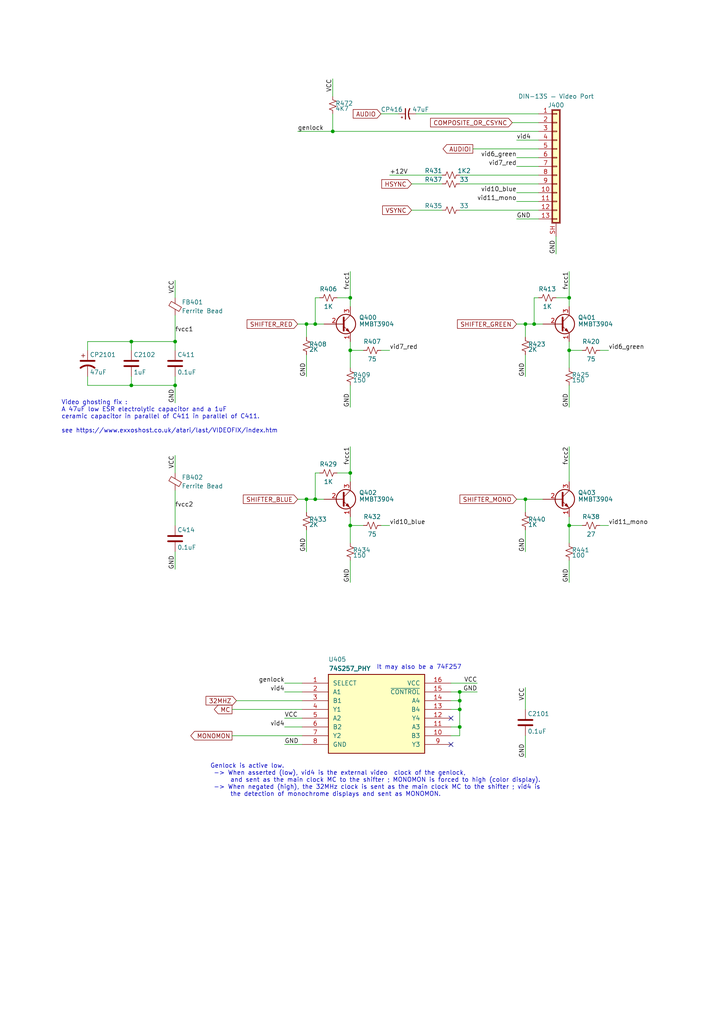
<source format=kicad_sch>
(kicad_sch (version 20211123) (generator eeschema)
  (paper "A4" portrait)
  (title_block (title "ReSTe mignon") (date "2022-07-13") (rev "mk0-0.1") (company "David SPORN") (comment 2 "original repository : https://github.com/sporniket/reste-mignon") (comment 4 "A remake of the Atari STe with some fixes applied and a target size of 25×18cm (B5)"))
  (lib_symbols
    (symbol "74x257:74S257_PHY" (pin_names (offset 1.27))
      (property "Reference" "U" (at 0 0 0))
      (property "Value" "74S257_PHY" (at 0 0 0))
      (symbol "74S257_PHY_0_0"
        (rectangle (start -13.97 11.43) (end 13.97 -11.43) (stroke (width 0.254)) (fill (type background)))
        (pin input line (at -21.59 8.89 0) (length 7.62) (name "SELECT") (number "1"))
        (pin input line (at 21.59 -6.35 180) (length 7.62) (name "B3") (number "10"))
        (pin input line (at 21.59 -3.81 180) (length 7.62) (name "A3") (number "11"))
        (pin tri_state line (at 21.59 -1.27 180) (length 7.62) (name "Y4") (number "12"))
        (pin input line (at 21.59 1.27 180) (length 7.62) (name "B4") (number "13"))
        (pin input line (at 21.59 3.81 180) (length 7.62) (name "A4") (number "14"))
        (pin input line (at 21.59 6.35 180) (length 7.62) (name "~{CONTROL}") (number "15"))
        (pin power_in line (at 21.59 8.89 180) (length 7.62) (name "VCC") (number "16"))
        (pin input line (at -21.59 6.35 0) (length 7.62) (name "A1") (number "2"))
        (pin input line (at -21.59 3.81 0) (length 7.62) (name "B1") (number "3"))
        (pin tri_state line (at -21.59 1.27 0) (length 7.62) (name "Y1") (number "4"))
        (pin input line (at -21.59 -1.27 0) (length 7.62) (name "A2") (number "5"))
        (pin input line (at -21.59 -3.81 0) (length 7.62) (name "B2") (number "6"))
        (pin tri_state line (at -21.59 -6.35 0) (length 7.62) (name "Y2") (number "7"))
        (pin power_in line (at -21.59 -8.89 0) (length 7.62) (name "GND") (number "8"))
        (pin tri_state line (at 21.59 -8.89 180) (length 7.62) (name "Y3") (number "9"))
      )
    )
    (symbol "Connector_Generic_Shielded:Conn_01x13_Shielded" (pin_names (offset 1.016) hide)
      (property "Reference" "J" (at 0.254 17.526 0))
      (property "Value" "Conn_01x13_Shielded" (at 1.016 -17.526 0))
      (symbol "Conn_01x13_Shielded_1_1"
        (rectangle (start -1.27 16.51) (end 1.27 -16.51) (stroke (width 0.1524)))
        (rectangle (start -1.016 -15.113) (end 0.254 -15.367) (stroke (width 0.1524)))
        (rectangle (start -1.016 -12.573) (end 0.254 -12.827) (stroke (width 0.1524)))
        (rectangle (start -1.016 -10.033) (end 0.254 -10.287) (stroke (width 0.1524)))
        (rectangle (start -1.016 -7.493) (end 0.254 -7.747) (stroke (width 0.1524)))
        (rectangle (start -1.016 -4.953) (end 0.254 -5.207) (stroke (width 0.1524)))
        (rectangle (start -1.016 -2.413) (end 0.254 -2.667) (stroke (width 0.1524)))
        (rectangle (start -1.016 0.127) (end 0.254 -0.127) (stroke (width 0.1524)))
        (rectangle (start -1.016 2.667) (end 0.254 2.413) (stroke (width 0.1524)))
        (rectangle (start -1.016 5.207) (end 0.254 4.953) (stroke (width 0.1524)))
        (rectangle (start -1.016 7.747) (end 0.254 7.493) (stroke (width 0.1524)))
        (rectangle (start -1.016 10.287) (end 0.254 10.033) (stroke (width 0.1524)))
        (rectangle (start -1.016 12.827) (end 0.254 12.573) (stroke (width 0.1524)))
        (rectangle (start -1.016 15.367) (end 0.254 15.113) (stroke (width 0.1524)))
        (rectangle (start -1.016 16.256) (end 1.016 -16.256) (stroke (width 0.254)) (fill (type background)))
        (pin passive line (at -5.08 15.24 0) (length 4.064) (name "Pin_1") (number "1"))
        (pin passive line (at -5.08 -7.62 0) (length 4.064) (name "Pin_10") (number "10"))
        (pin passive line (at -5.08 -10.16 0) (length 4.064) (name "Pin_11") (number "11"))
        (pin passive line (at -5.08 -12.7 0) (length 4.064) (name "Pin_12") (number "12"))
        (pin passive line (at -5.08 -15.24 0) (length 4.064) (name "Pin_13") (number "13"))
        (pin passive line (at -5.08 12.7 0) (length 4.064) (name "Pin_2") (number "2"))
        (pin passive line (at -5.08 10.16 0) (length 4.064) (name "Pin_3") (number "3"))
        (pin passive line (at -5.08 7.62 0) (length 4.064) (name "Pin_4") (number "4"))
        (pin passive line (at -5.08 5.08 0) (length 4.064) (name "Pin_5") (number "5"))
        (pin passive line (at -5.08 2.54 0) (length 4.064) (name "Pin_6") (number "6"))
        (pin passive line (at -5.08 0 0) (length 4.064) (name "Pin_7") (number "7"))
        (pin passive line (at -5.08 -2.54 0) (length 4.064) (name "Pin_8") (number "8"))
        (pin passive line (at -5.08 -5.08 0) (length 4.064) (name "Pin_9") (number "9"))
        (pin passive line (at 0 -20.32 90) (length 3.81) (name "Shield") (number "SH"))
      )
    )
    (symbol "Device:C" (pin_numbers hide) (pin_names (offset 0.254))
      (property "Reference" "C" (at 0.635 2.54 0))
      (property "Value" "C" (at 0.635 -2.54 0))
      (symbol "C_0_1"
        (polyline (pts (xy -2.032 -0.762) (xy 2.032 -0.762)) (stroke (width 0.508)))
        (polyline (pts (xy -2.032 0.762) (xy 2.032 0.762)) (stroke (width 0.508)))
      )
      (symbol "C_1_1"
        (pin passive line (at 0 3.81 270) (length 2.794) (name "~") (number "1"))
        (pin passive line (at 0 -3.81 90) (length 2.794) (name "~") (number "2"))
      )
    )
    (symbol "Device:CP1" (pin_numbers hide) (pin_names (offset 0.254) hide)
      (property "Reference" "C" (at 0.635 2.54 0))
      (property "Value" "Device_CP1" (at 0.635 -2.54 0))
      (symbol "CP1_0_1"
        (polyline (pts (xy -2.032 0.762) (xy 2.032 0.762)) (stroke (width 0.508)))
        (polyline (pts (xy -1.778 2.286) (xy -0.762 2.286)))
        (polyline (pts (xy -1.27 1.778) (xy -1.27 2.794)))
        (arc (start 2.032 -1.27) (mid 0 -0.5572) (end -2.032 -1.27) (stroke (width 0.508)))
      )
      (symbol "CP1_1_1"
        (pin passive line (at 0 3.81 270) (length 2.794) (name "~") (number "1"))
        (pin passive line (at 0 -3.81 90) (length 3.302) (name "~") (number "2"))
      )
    )
    (symbol "Device:CP1_Small" (pin_numbers hide) (pin_names (offset 0.254) hide)
      (property "Reference" "C" (at 0.254 1.778 0))
      (property "Value" "Device_CP1_Small" (at 0.254 -2.032 0))
      (symbol "CP1_Small_0_1"
        (polyline (pts (xy -1.524 0.508) (xy 1.524 0.508)) (stroke (width 0.3048)))
        (polyline (pts (xy -1.27 1.524) (xy -0.762 1.524)))
        (polyline (pts (xy -1.016 1.27) (xy -1.016 1.778)))
        (arc (start 1.524 -0.762) (mid 0 -0.3734) (end -1.524 -0.762) (stroke (width 0.3048)))
      )
      (symbol "CP1_Small_1_1"
        (pin passive line (at 0 2.54 270) (length 2.032) (name "~") (number "1"))
        (pin passive line (at 0 -2.54 90) (length 2.032) (name "~") (number "2"))
      )
    )
    (symbol "Device:Ferrite_Bead_Small" (pin_numbers hide) (pin_names (offset 0))
      (property "Reference" "FB" (at 1.905 1.27 0))
      (property "Value" "Device_Ferrite_Bead_Small" (at 1.905 -1.27 0))
      (symbol "Ferrite_Bead_Small_0_1"
        (polyline (pts (xy 0 -1.27) (xy 0 -0.7874)))
        (polyline (pts (xy 0 0.889) (xy 0 1.2954)))
        (polyline (pts (xy -1.8288 0.2794) (xy -1.1176 1.4986) (xy 1.8288 -0.2032) (xy 1.1176 -1.4224) (xy -1.8288 0.2794)))
      )
      (symbol "Ferrite_Bead_Small_1_1"
        (pin passive line (at 0 2.54 270) (length 1.27) (name "~") (number "1"))
        (pin passive line (at 0 -2.54 90) (length 1.27) (name "~") (number "2"))
      )
    )
    (symbol "Device:R_Small_US" (pin_numbers hide) (pin_names (offset 0.254) hide)
      (property "Reference" "R" (at 0.762 0.508 0))
      (property "Value" "R_Small_US" (at 0.762 -1.016 0))
      (symbol "R_Small_US_1_1"
        (polyline (pts (xy 0 0) (xy 1.016 -0.381) (xy 0 -0.762) (xy -1.016 -1.143) (xy 0 -1.524)))
        (polyline (pts (xy 0 1.524) (xy 1.016 1.143) (xy 0 0.762) (xy -1.016 0.381) (xy 0 0)))
        (pin passive line (at 0 2.54 270) (length 1.016) (name "~") (number "1"))
        (pin passive line (at 0 -2.54 90) (length 1.016) (name "~") (number "2"))
      )
    )
    (symbol "Transistor_BJT:2N3904" (pin_names (offset 0) hide)
      (property "Reference" "Q" (at 5.08 1.905 0))
      (property "Value" "2N3904" (at 5.08 0 0))
      (symbol "2N3904_0_1"
        (polyline (pts (xy 0.635 0.635) (xy 2.54 2.54)))
        (polyline (pts (xy 0.635 -0.635) (xy 2.54 -2.54) (xy 2.54 -2.54)))
        (polyline (pts (xy 0.635 1.905) (xy 0.635 -1.905) (xy 0.635 -1.905)) (stroke (width 0.508)))
        (polyline (pts (xy 1.27 -1.778) (xy 1.778 -1.27) (xy 2.286 -2.286) (xy 1.27 -1.778) (xy 1.27 -1.778)) (fill (type outline)))
        (circle (center 1.27 0) (radius 2.8194) (stroke (width 0.254)))
      )
      (symbol "2N3904_1_1"
        (pin passive line (at 2.54 -5.08 90) (length 2.54) (name "E") (number "1"))
        (pin passive line (at -5.08 0 0) (length 5.715) (name "B") (number "2"))
        (pin passive line (at 2.54 5.08 270) (length 2.54) (name "C") (number "3"))
      )
    )
  )
  (junction (at 88.9 144.78))
  (junction (at 165.1 101.6))
  (junction (at 38.1 99.06))
  (junction (at 88.9 93.98))
  (junction (at 133.35 203.2))
  (junction (at 101.6 152.4))
  (junction (at 50.8 99.06))
  (junction (at 96.52 38.1))
  (junction (at 38.1 111.76))
  (junction (at 133.35 210.82))
  (junction (at 101.6 137.16))
  (junction (at 101.6 86.36))
  (junction (at 154.94 93.98))
  (junction (at 152.4 144.78))
  (junction (at 152.4 93.98))
  (junction (at 101.6 101.6))
  (junction (at 91.44 93.98))
  (junction (at 165.1 86.36))
  (junction (at 91.44 144.78))
  (junction (at 133.35 200.66))
  (junction (at 133.35 205.74))
  (junction (at 50.8 111.76))
  (junction (at 165.1 152.4))
  (no_connect (at 130.81 215.9))
  (no_connect (at 130.81 208.28))
  (wire (pts (xy 152.4 219.71) (xy 152.4 213.36)))
  (wire (pts (xy 101.6 152.4) (xy 105.41 152.4)))
  (wire (pts (xy 38.1 101.6) (xy 38.1 99.06)))
  (wire (pts (xy 25.4 101.6) (xy 25.4 99.06)))
  (wire (pts (xy 101.6 162.56) (xy 101.6 168.91)))
  (wire (pts (xy 110.49 152.4) (xy 113.03 152.4)))
  (wire (pts (xy 152.4 144.78) (xy 152.4 148.59)))
  (wire (pts (xy 161.29 86.36) (xy 165.1 86.36)))
  (wire (pts (xy 96.52 33.02) (xy 96.52 38.1)))
  (wire (pts (xy 82.55 200.66) (xy 87.63 200.66)))
  (wire (pts (xy 101.6 78.74) (xy 101.6 86.36)))
  (wire (pts (xy 86.36 38.1) (xy 96.52 38.1)))
  (wire (pts (xy 165.1 78.74) (xy 165.1 86.36)))
  (wire (pts (xy 165.1 111.76) (xy 165.1 118.11)))
  (wire (pts (xy 152.4 102.87) (xy 152.4 109.22)))
  (wire (pts (xy 152.4 93.98) (xy 152.4 97.79)))
  (wire (pts (xy 165.1 152.4) (xy 168.91 152.4)))
  (wire (pts (xy 92.71 137.16) (xy 91.44 137.16)))
  (wire (pts (xy 97.79 137.16) (xy 101.6 137.16)))
  (wire (pts (xy 88.9 144.78) (xy 91.44 144.78)))
  (wire (pts (xy 130.81 203.2) (xy 133.35 203.2)))
  (wire (pts (xy 149.86 48.26) (xy 156.21 48.26)))
  (wire (pts (xy 152.4 153.67) (xy 152.4 160.02)))
  (wire (pts (xy 113.03 50.8) (xy 128.27 50.8)))
  (wire (pts (xy 165.1 101.6) (xy 165.1 106.68)))
  (wire (pts (xy 50.8 111.76) (xy 50.8 116.84)))
  (wire (pts (xy 120.65 33.02) (xy 156.21 33.02)))
  (wire (pts (xy 152.4 144.78) (xy 157.48 144.78)))
  (wire (pts (xy 50.8 111.76) (xy 38.1 111.76)))
  (wire (pts (xy 110.49 101.6) (xy 113.03 101.6)))
  (wire (pts (xy 133.35 200.66) (xy 138.43 200.66)))
  (wire (pts (xy 133.35 203.2) (xy 133.35 205.74)))
  (wire (pts (xy 173.99 152.4) (xy 176.53 152.4)))
  (wire (pts (xy 119.38 53.34) (xy 128.27 53.34)))
  (wire (pts (xy 88.9 93.98) (xy 91.44 93.98)))
  (wire (pts (xy 165.1 99.06) (xy 165.1 101.6)))
  (wire (pts (xy 148.59 35.56) (xy 156.21 35.56)))
  (wire (pts (xy 25.4 111.76) (xy 25.4 109.22)))
  (wire (pts (xy 25.4 99.06) (xy 38.1 99.06)))
  (wire (pts (xy 165.1 86.36) (xy 165.1 88.9)))
  (wire (pts (xy 101.6 86.36) (xy 101.6 88.9)))
  (wire (pts (xy 82.55 198.12) (xy 87.63 198.12)))
  (wire (pts (xy 130.81 198.12) (xy 138.43 198.12)))
  (wire (pts (xy 152.4 199.39) (xy 152.4 205.74)))
  (wire (pts (xy 101.6 101.6) (xy 101.6 106.68)))
  (wire (pts (xy 133.35 210.82) (xy 133.35 213.36)))
  (wire (pts (xy 88.9 102.87) (xy 88.9 109.22)))
  (wire (pts (xy 154.94 93.98) (xy 157.48 93.98)))
  (wire (pts (xy 50.8 137.16) (xy 50.8 132.08)))
  (wire (pts (xy 133.35 200.66) (xy 133.35 203.2)))
  (wire (pts (xy 130.81 205.74) (xy 133.35 205.74)))
  (wire (pts (xy 149.86 144.78) (xy 152.4 144.78)))
  (wire (pts (xy 152.4 93.98) (xy 154.94 93.98)))
  (wire (pts (xy 38.1 111.76) (xy 25.4 111.76)))
  (wire (pts (xy 91.44 93.98) (xy 93.98 93.98)))
  (wire (pts (xy 165.1 149.86) (xy 165.1 152.4)))
  (wire (pts (xy 88.9 93.98) (xy 88.9 97.79)))
  (wire (pts (xy 154.94 86.36) (xy 154.94 93.98)))
  (wire (pts (xy 38.1 99.06) (xy 50.8 99.06)))
  (wire (pts (xy 101.6 111.76) (xy 101.6 118.11)))
  (wire (pts (xy 82.55 208.28) (xy 87.63 208.28)))
  (wire (pts (xy 91.44 137.16) (xy 91.44 144.78)))
  (wire (pts (xy 67.31 205.74) (xy 87.63 205.74)))
  (wire (pts (xy 101.6 99.06) (xy 101.6 101.6)))
  (wire (pts (xy 133.35 53.34) (xy 156.21 53.34)))
  (wire (pts (xy 67.31 213.36) (xy 87.63 213.36)))
  (wire (pts (xy 50.8 86.36) (xy 50.8 81.28)))
  (wire (pts (xy 137.16 43.18) (xy 156.21 43.18)))
  (wire (pts (xy 50.8 91.44) (xy 50.8 99.06)))
  (wire (pts (xy 88.9 153.67) (xy 88.9 160.02)))
  (wire (pts (xy 110.49 33.02) (xy 115.57 33.02)))
  (wire (pts (xy 101.6 152.4) (xy 101.6 157.48)))
  (wire (pts (xy 149.86 45.72) (xy 156.21 45.72)))
  (wire (pts (xy 97.79 86.36) (xy 101.6 86.36)))
  (wire (pts (xy 165.1 162.56) (xy 165.1 168.91)))
  (wire (pts (xy 133.35 205.74) (xy 133.35 210.82)))
  (wire (pts (xy 149.86 93.98) (xy 152.4 93.98)))
  (wire (pts (xy 101.6 149.86) (xy 101.6 152.4)))
  (wire (pts (xy 149.86 63.5) (xy 156.21 63.5)))
  (wire (pts (xy 130.81 200.66) (xy 133.35 200.66)))
  (wire (pts (xy 165.1 152.4) (xy 165.1 157.48)))
  (wire (pts (xy 101.6 137.16) (xy 101.6 139.7)))
  (wire (pts (xy 82.55 215.9) (xy 87.63 215.9)))
  (wire (pts (xy 50.8 111.76) (xy 50.8 109.22)))
  (wire (pts (xy 130.81 210.82) (xy 133.35 210.82)))
  (wire (pts (xy 91.44 144.78) (xy 93.98 144.78)))
  (wire (pts (xy 133.35 50.8) (xy 156.21 50.8)))
  (wire (pts (xy 149.86 55.88) (xy 156.21 55.88)))
  (wire (pts (xy 165.1 129.54) (xy 165.1 139.7)))
  (wire (pts (xy 133.35 60.96) (xy 156.21 60.96)))
  (wire (pts (xy 149.86 40.64) (xy 156.21 40.64)))
  (wire (pts (xy 101.6 101.6) (xy 105.41 101.6)))
  (wire (pts (xy 173.99 101.6) (xy 176.53 101.6)))
  (wire (pts (xy 119.38 60.96) (xy 128.27 60.96)))
  (wire (pts (xy 68.58 203.2) (xy 87.63 203.2)))
  (wire (pts (xy 50.8 99.06) (xy 50.8 101.6)))
  (wire (pts (xy 82.55 210.82) (xy 87.63 210.82)))
  (wire (pts (xy 92.71 86.36) (xy 91.44 86.36)))
  (wire (pts (xy 86.36 93.98) (xy 88.9 93.98)))
  (wire (pts (xy 101.6 129.54) (xy 101.6 137.16)))
  (wire (pts (xy 161.29 73.66) (xy 161.29 68.58)))
  (wire (pts (xy 156.21 86.36) (xy 154.94 86.36)))
  (wire (pts (xy 88.9 144.78) (xy 88.9 148.59)))
  (wire (pts (xy 50.8 160.02) (xy 50.8 165.1)))
  (wire (pts (xy 96.52 22.86) (xy 96.52 27.94)))
  (wire (pts (xy 86.36 144.78) (xy 88.9 144.78)))
  (wire (pts (xy 165.1 101.6) (xy 168.91 101.6)))
  (wire (pts (xy 149.86 58.42) (xy 156.21 58.42)))
  (wire (pts (xy 91.44 86.36) (xy 91.44 93.98)))
  (wire (pts (xy 96.52 38.1) (xy 156.21 38.1)))
  (wire (pts (xy 38.1 109.22) (xy 38.1 111.76)))
  (wire (pts (xy 50.8 142.24) (xy 50.8 152.4)))
  (wire (pts (xy 130.81 213.36) (xy 133.35 213.36)))
  (text "It may also be a 74F257" (at 109.22 194.31 0) (effects (font (size 1.27 1.27)) (justify left bottom)))
  (text "Video ghosting fix :  \nA 47uF low ESR electrolytic capacitor and a 1uF\nceramic capacitor in parallel of C411 in parallel of C411.\n\nsee https://www.exxoshost.co.uk/atari/last/VIDEOFIX/index.htm\n" (at 17.78 125.73 0) (effects (font (size 1.27 1.27)) (justify left bottom)))
  (text "Genlock is active low. \n -> When asserted (low), vid4 is the external video  clock of the genlock,\n      and sent as the main clock MC to the shifter ; MONOMON is forced to high (color display).\n -> When negated (high), the 32MHz clock is sent as the main clock MC to the shifter ; vid4 is \n      the detection of monochrome displays and sent as MONOMON." (at 60.96 231.14 0) (effects (font (size 1.27 1.27)) (justify left bottom)))
  (label "vid7_red" (at 149.86 48.26 180))
  (label "vid4" (at 82.55 210.82 180))
  (label "fvcc1" (at 101.6 129.54 270))
  (label "GND" (at 101.6 118.11 90))
  (label "fvcc1" (at 165.1 78.74 270))
  (label "vid10_blue" (at 113.03 152.4 0))
  (label "GND" (at 88.9 160.02 90))
  (label "GND" (at 50.8 116.84 90))
  (label "GND" (at 138.43 200.66 180))
  (label "VCC" (at 82.55 208.28 0))
  (label "vid4" (at 149.86 40.64 0))
  (label "VCC" (at 50.8 81.28 270))
  (label "GND" (at 88.9 109.22 90))
  (label "vid6_green" (at 149.86 45.72 180))
  (label "GND" (at 152.4 109.22 90))
  (label "vid11_mono" (at 176.53 152.4 0))
  (label "GND" (at 161.29 73.66 90))
  (label "GND" (at 152.4 160.02 90))
  (label "GND" (at 149.86 63.5 0))
  (label "vid10_blue" (at 149.86 55.88 180))
  (label "GND" (at 165.1 168.91 90))
  (label "vid11_mono" (at 149.86 58.42 180))
  (label "genlock" (at 86.36 38.1 0))
  (label "VCC" (at 50.8 132.08 270))
  (label "GND" (at 101.6 168.91 90))
  (label "+12V" (at 113.03 50.8 0))
  (label "GND" (at 82.55 215.9 0))
  (label "GND" (at 50.8 165.1 90))
  (label "VCC" (at 96.52 22.86 270))
  (label "GND" (at 165.1 118.11 90))
  (label "vid6_green" (at 176.53 101.6 0))
  (label "fvcc2" (at 165.1 129.54 270))
  (label "VCC" (at 152.4 199.39 270))
  (label "vid4" (at 82.55 200.66 180))
  (label "genlock" (at 82.55 198.12 180))
  (label "vid7_red" (at 113.03 101.6 0))
  (label "fvcc1" (at 101.6 78.74 270))
  (label "GND" (at 152.4 219.71 90))
  (label "fvcc1" (at 50.8 96.52 0))
  (label "VCC" (at 138.43 198.12 180))
  (label "fvcc2" (at 50.8 147.32 0))
  (global_label "32MHZ" (shape input) (at 68.58 203.2 180) (property "Intersheet References" "${INTERSHEET_REFS}" (effects hide)))
  (global_label "AUDIOI" (shape output) (at 137.16 43.18 180) (property "Intersheet References" "${INTERSHEET_REFS}" (effects hide)))
  (global_label "SHIFTER_BLUE" (shape input) (at 86.36 144.78 180) (property "Intersheet References" "${INTERSHEET_REFS}" (effects hide)))
  (global_label "MONOMON" (shape output) (at 67.31 213.36 180) (property "Intersheet References" "${INTERSHEET_REFS}" (effects hide)))
  (global_label "SHIFTER_MONO" (shape input) (at 149.86 144.78 180) (property "Intersheet References" "${INTERSHEET_REFS}" (effects hide)))
  (global_label "HSYNC" (shape input) (at 119.38 53.34 180) (property "Intersheet References" "${INTERSHEET_REFS}" (effects hide)))
  (global_label "MC" (shape output) (at 67.31 205.74 180) (property "Intersheet References" "${INTERSHEET_REFS}" (effects hide)))
  (global_label "COMPOSITE_OR_CSYNC" (shape input) (at 148.59 35.56 180) (property "Intersheet References" "${INTERSHEET_REFS}" (effects hide)))
  (global_label "SHIFTER_RED" (shape input) (at 86.36 93.98 180) (property "Intersheet References" "${INTERSHEET_REFS}" (effects hide)))
  (global_label "VSYNC" (shape input) (at 119.38 60.96 180) (property "Intersheet References" "${INTERSHEET_REFS}" (effects hide)))
  (global_label "AUDIO" (shape input) (at 110.49 33.02 180) (property "Intersheet References" "${INTERSHEET_REFS}" (effects hide)))
  (global_label "SHIFTER_GREEN" (shape input) (at 149.86 93.98 180) (property "Intersheet References" "${INTERSHEET_REFS}" (effects hide)))
  (symbol (lib_id "Connector_Generic_Shielded:Conn_01x13_Shielded") (at 161.29 48.26 0) (unit 1)
    (property "Reference" "J400" (at 161.29 30.48 0))
    (property "Value" "DIN-13S — Video Port" (at 161.29 27.94 0))
    (property "Footprint" "atari-interconnect:socket-din-13" (effects hide))
  )
  (symbol (lib_id "Device:Ferrite_Bead_Small") (at 50.8 88.9 0) (unit 1)
    (property "Reference" "FB401" (at 52.705 87.63 0) (effects (justify left)))
    (property "Value" "Ferrite Bead" (at 52.705 90.17 0) (effects (justify left)))
    (property "Footprint" "Inductor_SMD:L_1206_3216Metric_Pad1.22x1.90mm_HandSolder" (effects hide))
  )
  (symbol (lib_id "Device:C") (at 50.8 105.41 0)
    (property "Reference" "C411" (at 51.435 102.87 0) (effects (justify left)))
    (property "Value" "0.1uF" (at 51.435 107.95 0) (effects (justify left)))
    (property "Footprint" "Capacitor_SMD:C_1206_3216Metric_Pad1.33x1.80mm_HandSolder" (effects hide))
  )
  (symbol (lib_id "Device:Ferrite_Bead_Small") (at 50.8 139.7 0) (unit 1)
    (property "Reference" "FB402" (at 52.705 138.43 0) (effects (justify left)))
    (property "Value" "Ferrite Bead" (at 52.705 140.97 0) (effects (justify left)))
    (property "Footprint" "Inductor_SMD:L_1206_3216Metric_Pad1.22x1.90mm_HandSolder" (effects hide))
  )
  (symbol (lib_id "Device:C") (at 50.8 156.21 0)
    (property "Reference" "C414" (at 51.435 153.67 0) (effects (justify left)))
    (property "Value" "0.1uF" (at 51.435 158.75 0) (effects (justify left)))
    (property "Footprint" "Capacitor_SMD:C_1206_3216Metric_Pad1.33x1.80mm_HandSolder" (effects hide))
  )
  (symbol (lib_id "Transistor_BJT:2N3904") (at 99.06 93.98 0) (unit 1)
    (property "Reference" "Q400" (at 104.14 92.075 0) (effects (justify left)))
    (property "Value" "MMBT3904" (at 104.14 93.98 0) (effects (justify left)))
    (property "Footprint" "Package_TO_SOT_SMD:SOT-23" (effects hide))
    (property "Datasheet" "https://www.onsemi.com/pub/Collateral/2N3903-D.PDF" (effects hide))
  )
  (symbol (lib_id "Transistor_BJT:2N3904") (at 99.06 144.78 0) (unit 1)
    (property "Reference" "Q402" (at 104.14 142.875 0) (effects (justify left)))
    (property "Value" "MMBT3904" (at 104.14 144.78 0) (effects (justify left)))
    (property "Footprint" "Package_TO_SOT_SMD:SOT-23" (effects hide))
    (property "Datasheet" "https://www.onsemi.com/pub/Collateral/2N3903-D.PDF" (effects hide))
  )
  (symbol (lib_id "Transistor_BJT:2N3904") (at 162.56 93.98 0) (unit 1)
    (property "Reference" "Q401" (at 167.64 92.075 0) (effects (justify left)))
    (property "Value" "MMBT3904" (at 167.64 93.98 0) (effects (justify left)))
    (property "Footprint" "Package_TO_SOT_SMD:SOT-23" (effects hide))
    (property "Datasheet" "https://www.onsemi.com/pub/Collateral/2N3903-D.PDF" (effects hide))
  )
  (symbol (lib_id "Transistor_BJT:2N3904") (at 162.56 144.78 0) (unit 1)
    (property "Reference" "Q403" (at 167.64 142.875 0) (effects (justify left)))
    (property "Value" "MMBT3904" (at 167.64 144.78 0) (effects (justify left)))
    (property "Footprint" "Package_TO_SOT_SMD:SOT-23" (effects hide))
    (property "Datasheet" "https://www.onsemi.com/pub/Collateral/2N3903-D.PDF" (effects hide))
  )
  (symbol (lib_id "Device:R_Small_US") (at 95.25 86.36 270)
    (property "Reference" "R406" (at 95.25 83.82 90))
    (property "Value" "1K" (at 95.25 88.9 90))
    (property "Footprint" "Resistor_SMD:R_1206_3216Metric_Pad1.30x1.75mm_HandSolder" (effects hide))
  )
  (symbol (lib_id "Device:R_Small_US") (at 107.95 101.6 270)
    (property "Reference" "R407" (at 107.95 99.06 90))
    (property "Value" "75" (at 107.95 104.14 90))
    (property "Footprint" "Resistor_SMD:R_1206_3216Metric_Pad1.30x1.75mm_HandSolder" (effects hide))
  )
  (symbol (lib_id "Device:R_Small_US") (at 101.6 109.22 0) (unit 1)
    (property "Reference" "R409" (at 102.362 108.712 0) (effects (justify left)))
    (property "Value" "150" (at 102.362 110.236 0) (effects (justify left)))
    (property "Footprint" "Resistor_SMD:R_1206_3216Metric_Pad1.30x1.75mm_HandSolder" (effects hide))
  )
  (symbol (lib_id "Device:R_Small_US") (at 88.9 100.33 0) (unit 1)
    (property "Reference" "R408" (at 89.662 99.822 0) (effects (justify left)))
    (property "Value" "2K" (at 89.662 101.346 0) (effects (justify left)))
    (property "Footprint" "Resistor_SMD:R_1206_3216Metric_Pad1.30x1.75mm_HandSolder" (effects hide))
  )
  (symbol (lib_id "Device:R_Small_US") (at 158.75 86.36 270)
    (property "Reference" "R413" (at 158.75 83.82 90))
    (property "Value" "1K" (at 158.75 88.9 90))
    (property "Footprint" "Resistor_SMD:R_1206_3216Metric_Pad1.30x1.75mm_HandSolder" (effects hide))
  )
  (symbol (lib_id "Device:R_Small_US") (at 152.4 100.33 0) (unit 1)
    (property "Reference" "R423" (at 153.162 99.822 0) (effects (justify left)))
    (property "Value" "2K" (at 153.162 101.346 0) (effects (justify left)))
    (property "Footprint" "Resistor_SMD:R_1206_3216Metric_Pad1.30x1.75mm_HandSolder" (effects hide))
  )
  (symbol (lib_id "Device:R_Small_US") (at 171.45 101.6 270)
    (property "Reference" "R420" (at 171.45 99.06 90))
    (property "Value" "75" (at 171.45 104.14 90))
    (property "Footprint" "Resistor_SMD:R_1206_3216Metric_Pad1.30x1.75mm_HandSolder" (effects hide))
  )
  (symbol (lib_id "Device:R_Small_US") (at 165.1 109.22 0) (unit 1)
    (property "Reference" "R425" (at 165.862 108.712 0) (effects (justify left)))
    (property "Value" "150" (at 165.862 110.236 0) (effects (justify left)))
    (property "Footprint" "Resistor_SMD:R_1206_3216Metric_Pad1.30x1.75mm_HandSolder" (effects hide))
  )
  (symbol (lib_id "Device:R_Small_US") (at 95.25 137.16 270)
    (property "Reference" "R429" (at 95.25 134.62 90))
    (property "Value" "1K" (at 95.25 139.7 90))
    (property "Footprint" "Resistor_SMD:R_1206_3216Metric_Pad1.30x1.75mm_HandSolder" (effects hide))
  )
  (symbol (lib_id "Device:R_Small_US") (at 88.9 151.13 0) (unit 1)
    (property "Reference" "R433" (at 89.662 150.622 0) (effects (justify left)))
    (property "Value" "2K" (at 89.662 152.146 0) (effects (justify left)))
    (property "Footprint" "Resistor_SMD:R_1206_3216Metric_Pad1.30x1.75mm_HandSolder" (effects hide))
  )
  (symbol (lib_id "Device:R_Small_US") (at 107.95 152.4 270)
    (property "Reference" "R432" (at 107.95 149.86 90))
    (property "Value" "75" (at 107.95 154.94 90))
    (property "Footprint" "Resistor_SMD:R_1206_3216Metric_Pad1.30x1.75mm_HandSolder" (effects hide))
  )
  (symbol (lib_id "Device:R_Small_US") (at 101.6 160.02 0) (unit 1)
    (property "Reference" "R434" (at 102.362 159.512 0) (effects (justify left)))
    (property "Value" "150" (at 102.362 161.036 0) (effects (justify left)))
    (property "Footprint" "Resistor_SMD:R_1206_3216Metric_Pad1.30x1.75mm_HandSolder" (effects hide))
  )
  (symbol (lib_id "Device:R_Small_US") (at 152.4 151.13 0) (unit 1)
    (property "Reference" "R440" (at 153.162 150.622 0) (effects (justify left)))
    (property "Value" "1K" (at 153.162 152.146 0) (effects (justify left)))
    (property "Footprint" "Resistor_SMD:R_1206_3216Metric_Pad1.30x1.75mm_HandSolder" (effects hide))
  )
  (symbol (lib_id "Device:R_Small_US") (at 171.45 152.4 270)
    (property "Reference" "R438" (at 171.45 149.86 90))
    (property "Value" "27" (at 171.45 154.94 90))
    (property "Footprint" "Resistor_SMD:R_1206_3216Metric_Pad1.30x1.75mm_HandSolder" (effects hide))
  )
  (symbol (lib_id "Device:R_Small_US") (at 165.1 160.02 0) (unit 1)
    (property "Reference" "R441" (at 165.862 159.512 0) (effects (justify left)))
    (property "Value" "100" (at 165.862 161.036 0) (effects (justify left)))
    (property "Footprint" "Resistor_SMD:R_1206_3216Metric_Pad1.30x1.75mm_HandSolder" (effects hide))
  )
  (symbol (lib_id "Device:R_Small_US") (at 96.52 30.48 0) (unit 1)
    (property "Reference" "R472" (at 97.282 29.972 0) (effects (justify left)))
    (property "Value" "4K7" (at 97.282 31.496 0) (effects (justify left)))
    (property "Footprint" "Resistor_SMD:R_1206_3216Metric_Pad1.30x1.75mm_HandSolder" (effects hide))
  )
  (symbol (lib_id "74x257:74S257_PHY") (at 109.22 207.01 0) (unit 1)
    (property "Reference" "U405" (at 95.25 190.5 0) (effects (justify left top)))
    (property "Value" "74S257_PHY" (at 95.25 193.04 0) (effects (font bold) (justify left top)))
    (property "Footprint" "Package_DIP:DIP-16_W7.62mm_LongPads" (effects hide))
  )
  (symbol (lib_id "Device:CP1_Small") (at 118.11 33.02 90) (unit 1)
    (property "Reference" "CP416" (at 116.84 31.75 90) (effects (justify left)))
    (property "Value" "47uF" (at 124.46 31.75 90) (effects (justify left)))
    (property "Footprint" "Capacitor_THT:C_Radial_D6.3mm_H11.0mm_P2.50mm" (effects hide))
  )
  (symbol (lib_id "Device:R_Small_US") (at 130.81 50.8 270)
    (property "Reference" "R431" (at 125.73 49.53 90))
    (property "Value" "1K2" (at 134.62 49.53 90))
    (property "Footprint" "Resistor_SMD:R_1206_3216Metric_Pad1.30x1.75mm_HandSolder" (effects hide))
  )
  (symbol (lib_id "Device:R_Small_US") (at 130.81 53.34 270)
    (property "Reference" "R437" (at 125.73 52.07 90))
    (property "Value" "33" (at 134.62 52.07 90))
    (property "Footprint" "Resistor_SMD:R_1206_3216Metric_Pad1.30x1.75mm_HandSolder" (effects hide))
  )
  (symbol (lib_id "Device:R_Small_US") (at 130.81 60.96 270)
    (property "Reference" "R435" (at 125.73 59.69 90))
    (property "Value" "33" (at 134.62 59.69 90))
    (property "Footprint" "Resistor_SMD:R_1206_3216Metric_Pad1.30x1.75mm_HandSolder" (effects hide))
  )
  (symbol (lib_id "Device:C") (at 38.1 105.41 0)
    (property "Reference" "C2102" (at 38.735 102.87 0) (effects (justify left)))
    (property "Value" "1uF" (at 38.735 107.95 0) (effects (justify left)))
    (property "Footprint" "Capacitor_SMD:C_1206_3216Metric_Pad1.33x1.80mm_HandSolder" (effects hide))
  )
  (symbol (lib_id "Device:CP1") (at 25.4 105.41 0)
    (property "Reference" "CP2101" (at 26.035 102.87 0) (effects (justify left)))
    (property "Value" "47uF" (at 26.035 107.95 0) (effects (justify left)))
    (property "Footprint" "Capacitor_THT:C_Radial_D6.3mm_H11.0mm_P2.50mm" (effects hide))
  )
  (symbol (lib_id "Device:C") (at 152.4 209.55 0)
    (property "Reference" "C2101" (at 153.035 207.01 0) (effects (justify left)))
    (property "Value" "0.1uF" (at 153.035 212.09 0) (effects (justify left)))
    (property "Footprint" "Capacitor_SMD:C_1206_3216Metric_Pad1.33x1.80mm_HandSolder" (effects hide))
  )
)
</source>
